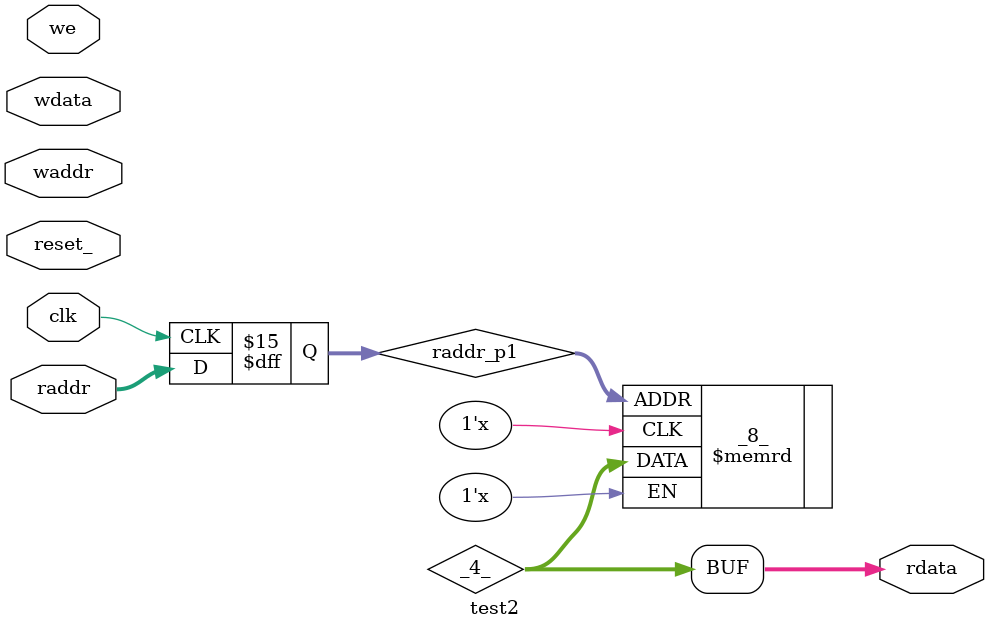
<source format=v>
/* Generated by Yosys 0.8+576 (git sha1 b5f1bd0, gcc 5.4.0-6ubuntu1~16.04.11 -fPIC -Os) */

(* cells_not_processed =  1  *)
(* src = "test.v:50" *)
module test2(clk, reset_, we, waddr, wdata, raddr, rdata);
  (* src = "test.v:63" *)
  reg [7:0] _0_;
  (* src = "test.v:63" *)
  reg [7:0] _1_;
  (* src = "test.v:63" *)
  reg [7:0] _2_;
  (* src = "test.v:63" *)
  reg [7:0] _3_;
  (* src = "test.v:72" *)
  wire [7:0] _4_;
  (* src = "test.v:66" *)
  reg [7:0] _5_;
  (* src = "test.v:66" *)
  reg [7:0] _6_;
  (* src = "test.v:66" *)
  reg [7:0] _7_;
  (* src = "test.v:52" *)
  input clk;
  (* src = "test.v:56" *)
  input [7:0] raddr;
  (* src = "test.v:61" *)
  reg [7:0] raddr_p1;
  (* src = "test.v:58" *)
  output [7:0] rdata;
  (* src = "test.v:53" *)
  input reset_;
  (* src = "test.v:56" *)
  input [7:0] waddr;
  (* src = "test.v:57" *)
  input [7:0] wdata;
  (* src = "test.v:55" *)
  input we;
  (* src = "test.v:60" *)
  reg [7:0] mem [255:0];
  (* src = "test.v:72" *)
  \$memrd  #(
    .ABITS(32'd8),
    .CLK_ENABLE(32'd0),
    .CLK_POLARITY(32'd0),
    .MEMID("\\mem"),
    .TRANSPARENT(32'd0),
    .WIDTH(32'd8)
  ) _8_ (
    .ADDR(raddr_p1),
    .CLK(1'hx),
    .DATA(_4_),
    .EN(1'hx)
  );
  (* src = "test.v:66" *)
  \$memwr  #(
    .ABITS(32'd8),
    .CLK_ENABLE(32'd0),
    .CLK_POLARITY(32'd0),
    .MEMID("\\mem"),
    .PRIORITY(32'd17),
    .WIDTH(32'd8)
  ) _9_ (
    .ADDR(_5_),
    .CLK(1'hx),
    .DATA(_6_),
    .EN(_7_)
  );
  always @* begin
    _0_ = 8'hxx;
    _1_ = 8'hxx;
    _2_ = 8'h00;
    _3_ = raddr;
    casez (we)
      1'h1:
        begin
          _0_ = waddr;
          _1_ = wdata;
          _2_ = 8'hff;
        end
      default:
          /* empty */;
    endcase
  end
  always @(posedge clk) begin
      raddr_p1 <= _3_;
      _7_ <= _2_;
      _5_ <= _0_;
      _6_ <= _1_;
  end
  assign rdata = _4_;
endmodule

</source>
